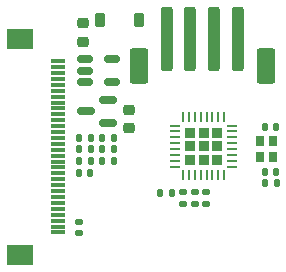
<source format=gbr>
%TF.GenerationSoftware,KiCad,Pcbnew,7.0.4-0*%
%TF.CreationDate,2024-03-15T14:37:27+08:00*%
%TF.ProjectId,hw,68772e6b-6963-4616-945f-706362585858,rev?*%
%TF.SameCoordinates,Original*%
%TF.FileFunction,Paste,Bot*%
%TF.FilePolarity,Positive*%
%FSLAX46Y46*%
G04 Gerber Fmt 4.6, Leading zero omitted, Abs format (unit mm)*
G04 Created by KiCad (PCBNEW 7.0.4-0) date 2024-03-15 14:37:27*
%MOMM*%
%LPD*%
G01*
G04 APERTURE LIST*
G04 Aperture macros list*
%AMRoundRect*
0 Rectangle with rounded corners*
0 $1 Rounding radius*
0 $2 $3 $4 $5 $6 $7 $8 $9 X,Y pos of 4 corners*
0 Add a 4 corners polygon primitive as box body*
4,1,4,$2,$3,$4,$5,$6,$7,$8,$9,$2,$3,0*
0 Add four circle primitives for the rounded corners*
1,1,$1+$1,$2,$3*
1,1,$1+$1,$4,$5*
1,1,$1+$1,$6,$7*
1,1,$1+$1,$8,$9*
0 Add four rect primitives between the rounded corners*
20,1,$1+$1,$2,$3,$4,$5,0*
20,1,$1+$1,$4,$5,$6,$7,0*
20,1,$1+$1,$6,$7,$8,$9,0*
20,1,$1+$1,$8,$9,$2,$3,0*%
G04 Aperture macros list end*
%ADD10RoundRect,0.225000X0.250000X-0.225000X0.250000X0.225000X-0.250000X0.225000X-0.250000X-0.225000X0*%
%ADD11RoundRect,0.140000X0.140000X0.170000X-0.140000X0.170000X-0.140000X-0.170000X0.140000X-0.170000X0*%
%ADD12RoundRect,0.135000X0.185000X-0.135000X0.185000X0.135000X-0.185000X0.135000X-0.185000X-0.135000X0*%
%ADD13RoundRect,0.232500X0.232500X-0.232500X0.232500X0.232500X-0.232500X0.232500X-0.232500X-0.232500X0*%
%ADD14RoundRect,0.062500X0.062500X-0.375000X0.062500X0.375000X-0.062500X0.375000X-0.062500X-0.375000X0*%
%ADD15RoundRect,0.062500X0.375000X-0.062500X0.375000X0.062500X-0.375000X0.062500X-0.375000X-0.062500X0*%
%ADD16RoundRect,0.135000X-0.135000X-0.185000X0.135000X-0.185000X0.135000X0.185000X-0.135000X0.185000X0*%
%ADD17RoundRect,0.250000X-0.250000X-2.500000X0.250000X-2.500000X0.250000X2.500000X-0.250000X2.500000X0*%
%ADD18RoundRect,0.250000X-0.550000X-1.250000X0.550000X-1.250000X0.550000X1.250000X-0.550000X1.250000X0*%
%ADD19R,1.300000X0.300000*%
%ADD20R,2.200000X1.800000*%
%ADD21RoundRect,0.140000X0.170000X-0.140000X0.170000X0.140000X-0.170000X0.140000X-0.170000X-0.140000X0*%
%ADD22RoundRect,0.135000X0.135000X0.185000X-0.135000X0.185000X-0.135000X-0.185000X0.135000X-0.185000X0*%
%ADD23RoundRect,0.225000X-0.225000X-0.375000X0.225000X-0.375000X0.225000X0.375000X-0.225000X0.375000X0*%
%ADD24RoundRect,0.150000X-0.512500X-0.150000X0.512500X-0.150000X0.512500X0.150000X-0.512500X0.150000X0*%
%ADD25R,0.800000X0.900000*%
%ADD26RoundRect,0.225000X-0.250000X0.225000X-0.250000X-0.225000X0.250000X-0.225000X0.250000X0.225000X0*%
%ADD27RoundRect,0.150000X0.587500X0.150000X-0.587500X0.150000X-0.587500X-0.150000X0.587500X-0.150000X0*%
%ADD28RoundRect,0.140000X-0.140000X-0.170000X0.140000X-0.170000X0.140000X0.170000X-0.140000X0.170000X0*%
G04 APERTURE END LIST*
D10*
%TO.C,C1*%
X131920000Y-64090000D03*
X131920000Y-62540000D03*
%TD*%
D11*
%TO.C,C4*%
X148330000Y-71290000D03*
X147370000Y-71290000D03*
%TD*%
D12*
%TO.C,R1*%
X140420000Y-77870000D03*
X140420000Y-76850000D03*
%TD*%
D13*
%TO.C,U2*%
X141010000Y-74102500D03*
X142160000Y-74102500D03*
X143310000Y-74102500D03*
X141010000Y-72952500D03*
X142160000Y-72952500D03*
X143310000Y-72952500D03*
X141010000Y-71802500D03*
X142160000Y-71802500D03*
X143310000Y-71802500D03*
D14*
X143910000Y-75390000D03*
X143410000Y-75390000D03*
X142910000Y-75390000D03*
X142410000Y-75390000D03*
X141910000Y-75390000D03*
X141410000Y-75390000D03*
X140910000Y-75390000D03*
X140410000Y-75390000D03*
D15*
X139722500Y-74702500D03*
X139722500Y-74202500D03*
X139722500Y-73702500D03*
X139722500Y-73202500D03*
X139722500Y-72702500D03*
X139722500Y-72202500D03*
X139722500Y-71702500D03*
X139722500Y-71202500D03*
D14*
X140410000Y-70515000D03*
X140910000Y-70515000D03*
X141410000Y-70515000D03*
X141910000Y-70515000D03*
X142410000Y-70515000D03*
X142910000Y-70515000D03*
X143410000Y-70515000D03*
X143910000Y-70515000D03*
D15*
X144597500Y-71202500D03*
X144597500Y-71702500D03*
X144597500Y-72202500D03*
X144597500Y-72702500D03*
X144597500Y-73202500D03*
X144597500Y-73702500D03*
X144597500Y-74202500D03*
X144597500Y-74702500D03*
%TD*%
D16*
%TO.C,R4*%
X133590000Y-73210000D03*
X134610000Y-73210000D03*
%TD*%
D17*
%TO.C,J2*%
X139050000Y-63880000D03*
X141050000Y-63880000D03*
X143050000Y-63880000D03*
X145050000Y-63880000D03*
D18*
X136650000Y-66130000D03*
X147450000Y-66130000D03*
%TD*%
D16*
%TO.C,R3*%
X133590001Y-74200000D03*
X134610001Y-74200000D03*
%TD*%
D19*
%TO.C,J1*%
X129850000Y-80250000D03*
X129850000Y-79750000D03*
X129850000Y-79250000D03*
X129850000Y-78750000D03*
X129850000Y-78250000D03*
X129850000Y-77750000D03*
X129850000Y-77250000D03*
X129850000Y-76750000D03*
X129850000Y-76250000D03*
X129850000Y-75750000D03*
X129850000Y-75250000D03*
X129850000Y-74750000D03*
X129850000Y-74250000D03*
X129850000Y-73750000D03*
X129850000Y-73250000D03*
X129850000Y-72750000D03*
X129850000Y-72250000D03*
X129850000Y-71750000D03*
X129850000Y-71250000D03*
X129850000Y-70750000D03*
X129850000Y-70250000D03*
X129850000Y-69750000D03*
X129850000Y-69250000D03*
X129850000Y-68750000D03*
X129850000Y-68250000D03*
X129850000Y-67750000D03*
X129850000Y-67250000D03*
X129850000Y-66750000D03*
X129850000Y-66250000D03*
X129850000Y-65750000D03*
D20*
X126600000Y-82150000D03*
X126600000Y-63850000D03*
%TD*%
D11*
%TO.C,C3*%
X148330000Y-75110000D03*
X147370000Y-75110000D03*
%TD*%
D21*
%TO.C,C8*%
X142390000Y-77820000D03*
X142390000Y-76860000D03*
%TD*%
D12*
%TO.C,R2*%
X141410000Y-77870000D03*
X141410000Y-76850000D03*
%TD*%
D22*
%TO.C,R8*%
X134610000Y-72220000D03*
X133590000Y-72220000D03*
%TD*%
D23*
%TO.C,D1*%
X133400000Y-62230000D03*
X136700000Y-62230000D03*
%TD*%
D24*
%TO.C,U1*%
X132100000Y-67500000D03*
X132100000Y-66550000D03*
X132100000Y-65600000D03*
X134375000Y-65600000D03*
X134375000Y-67500000D03*
%TD*%
D25*
%TO.C,Y1*%
X146910000Y-73900000D03*
X146910000Y-72500000D03*
X148010000Y-72500000D03*
X148010000Y-73900000D03*
%TD*%
D11*
%TO.C,C5*%
X139470000Y-76890000D03*
X138510000Y-76890000D03*
%TD*%
D26*
%TO.C,C2*%
X135810000Y-69885000D03*
X135810000Y-71435000D03*
%TD*%
D27*
%TO.C,Q1*%
X134047500Y-69050000D03*
X134047500Y-70950000D03*
X132172500Y-70000000D03*
%TD*%
D22*
%TO.C,R6*%
X132630000Y-73210000D03*
X131610000Y-73210000D03*
%TD*%
%TO.C,R5*%
X132630000Y-74200000D03*
X131610000Y-74200000D03*
%TD*%
D21*
%TO.C,C7*%
X131570000Y-80310000D03*
X131570000Y-79350000D03*
%TD*%
D11*
%TO.C,C9*%
X148332500Y-76077500D03*
X147372500Y-76077500D03*
%TD*%
D22*
%TO.C,R7*%
X132630000Y-72220000D03*
X131610000Y-72220000D03*
%TD*%
D28*
%TO.C,C6*%
X131620000Y-75180000D03*
X132580000Y-75180000D03*
%TD*%
M02*

</source>
